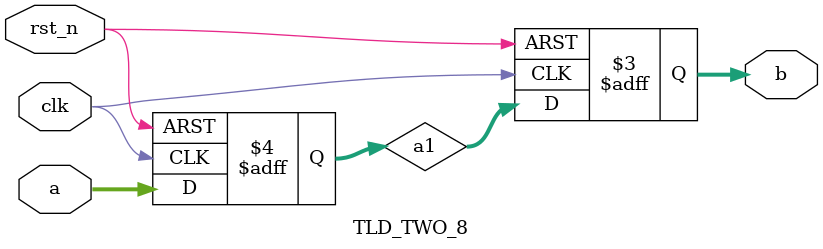
<source format=v>
`timescale 1ns / 1ps


module TLD_TWO_8
#(
  parameter DATA_WIDTH=8
)
(
    input                               clk   ,
    input                               rst_n ,
    //input singnal
    input       [DATA_WIDTH-1:0]        a     ,
    //output singnal
    output reg  [DATA_WIDTH-1:0]        b
    );
    reg [DATA_WIDTH-1:0]  a1;
    always@(posedge clk or negedge rst_n)
begin
 if(rst_n == 1'b0)
 begin
  a1<=1'd0  ;
  b<=1'd0   ;
 end
 else begin
        a1<=a;
        b<=a1;
 end
 end
endmodule 

</source>
